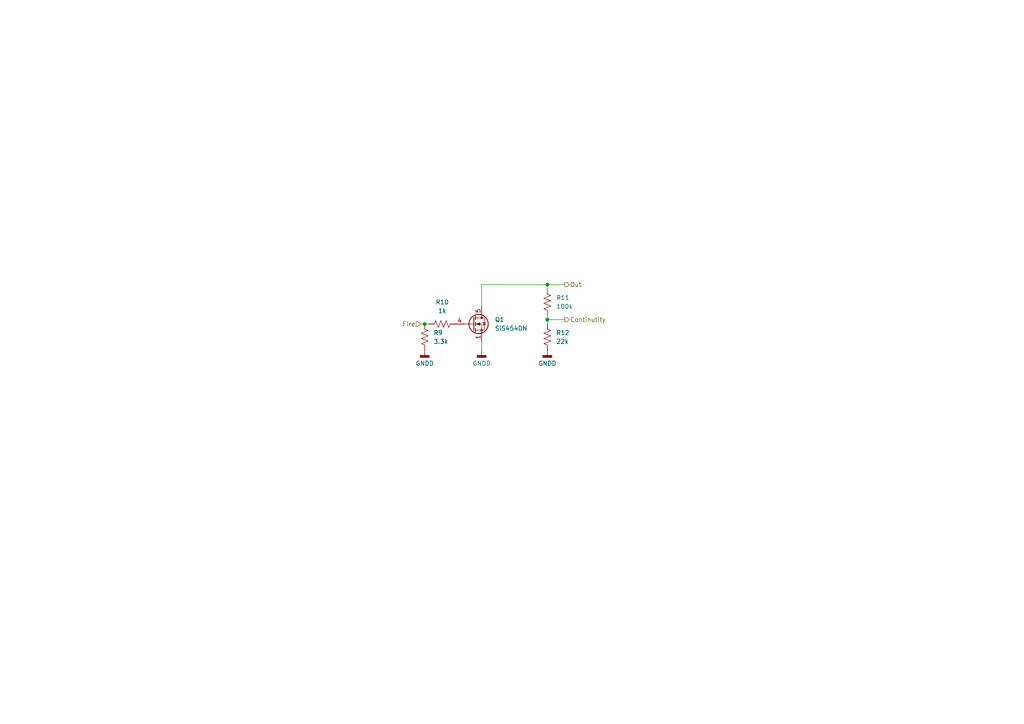
<source format=kicad_sch>
(kicad_sch (version 20250114) (generator "eeschema") (generator_version "9.0")
  (paper "A4")
  (title_block (date "2025-04-10") (company "Rowan Rocketry"))
  (lib_symbols
    (symbol "Device:R_US" (pin_numbers (hide yes)) (pin_names (offset 0))
      (property "Reference" "R" (at 2.54 0 90))
      (property "Value" "R_US" (at -2.54 0 90))
      (symbol "R_US_0_1"
        (polyline (pts (xy 0 2.286) (xy 0 2.54)))
        (polyline (pts (xy 0 2.286) (xy 1.016 1.905) (xy 0 1.524) (xy -1.016 1.143) (xy 0 0.762)))
        (polyline (pts (xy 0 0.762) (xy 1.016 0.381) (xy 0 0) (xy -1.016 -0.381) (xy 0 -0.762)))
        (polyline (pts (xy 0 -0.762) (xy 1.016 -1.143) (xy 0 -1.524) (xy -1.016 -1.905) (xy 0 -2.286)))
        (polyline (pts (xy 0 -2.286) (xy 0 -2.54)))
      )
      (symbol "R_US_1_1"
        (pin passive line (at 0 3.81 270) (length 1.27) (name "~") (number "1"))
        (pin passive line (at 0 -3.81 90) (length 1.27) (name "~") (number "2"))
      )
    )
    (symbol "Transistor_FET:SiS454DN" (pin_names (hide yes))
      (property "Reference" "Q" (at 5.08 1.905 0))
      (property "Value" "SiS454DN" (at 5.08 0 0))
      (symbol "SiS454DN_0_1"
        (polyline (pts (xy 0.254 1.905) (xy 0.254 -1.905)) (stroke (width 0.254)))
        (polyline (pts (xy 0.254 0) (xy -2.54 0)))
        (polyline (pts (xy 0.762 2.286) (xy 0.762 1.27)) (stroke (width 0.254)))
        (polyline (pts (xy 0.762 0.508) (xy 0.762 -0.508)) (stroke (width 0.254)))
        (polyline (pts (xy 0.762 -1.27) (xy 0.762 -2.286)) (stroke (width 0.254)))
        (polyline (pts (xy 0.762 -1.778) (xy 3.302 -1.778) (xy 3.302 1.778) (xy 0.762 1.778)))
        (polyline (pts (xy 1.016 0) (xy 2.032 0.381) (xy 2.032 -0.381) (xy 1.016 0)) (fill (type outline)))
        (circle (center 1.651 0) (radius 2.794) (stroke (width 0.254)))
        (polyline (pts (xy 2.54 2.54) (xy 2.54 1.778)))
        (circle (center 2.54 1.778) (radius 0.254) (fill (type outline)))
        (circle (center 2.54 -1.778) (radius 0.254) (fill (type outline)))
        (polyline (pts (xy 2.54 -2.54) (xy 2.54 0) (xy 0.762 0)))
        (polyline (pts (xy 2.794 0.508) (xy 2.921 0.381) (xy 3.683 0.381) (xy 3.81 0.254)))
        (polyline (pts (xy 3.302 0.381) (xy 2.921 -0.254) (xy 3.683 -0.254) (xy 3.302 0.381)))
      )
      (symbol "SiS454DN_1_1"
        (pin input line (at -5.08 0 0) (length 2.54) (name "G") (number "4"))
        (pin passive line (at 2.54 5.08 270) (length 2.54) (name "D") (number "5"))
        (pin passive line (at 2.54 -5.08 90) (length 2.54) (name "S") (number "1"))
        (pin passive line (at 2.54 -5.08 90) (length 2.54) (hide yes) (name "S") (number "2"))
        (pin passive line (at 2.54 -5.08 90) (length 2.54) (hide yes) (name "S") (number "3"))
      )
    )
    (symbol "power:GNDD" (power) (pin_numbers (hide yes)) (pin_names (offset 0) (hide yes))
      (property "Value" "GNDD" (at 0 -3.175 0))
      (symbol "GNDD_0_1"
        (rectangle (start -1.27 -1.524) (end 1.27 -2.032) (stroke (width 0.254)) (fill (type outline)))
        (polyline (pts (xy 0 0) (xy 0 -1.524)))
      )
      (symbol "GNDD_1_1"
        (pin power_in line (at 0 0 270) (length 0) (name "~") (number "1"))
      )
    )
  )
  (junction (at 158.75 92.71))
  (junction (at 123.19 93.98))
  (junction (at 158.75 82.55))
  (wire (pts (xy 158.75 82.55) (xy 163.83 82.55)))
  (wire (pts (xy 158.75 82.55) (xy 158.75 83.82)))
  (wire (pts (xy 158.75 91.44) (xy 158.75 92.71)))
  (wire (pts (xy 139.7 88.9) (xy 139.7 82.55)))
  (wire (pts (xy 163.83 92.71) (xy 158.75 92.71)))
  (wire (pts (xy 158.75 92.71) (xy 158.75 93.98)))
  (wire (pts (xy 139.7 82.55) (xy 158.75 82.55)))
  (wire (pts (xy 139.7 101.6) (xy 139.7 99.06)))
  (wire (pts (xy 124.46 93.98) (xy 123.19 93.98)))
  (wire (pts (xy 121.92 93.98) (xy 123.19 93.98)))
  (hierarchical_label "Fire" (shape input) (at 121.92 93.98 180))
  (hierarchical_label "Continutity" (shape output) (at 163.83 92.71 0))
  (hierarchical_label "Out" (shape output) (at 163.83 82.55 0))
  (symbol (lib_id "Device:R_US") (at 123.19 97.79 180) (unit 1)
    (property "Reference" "R9" (at 125.73 96.5199 0) (effects (justify right)))
    (property "Value" "3.3k" (at 125.73 99.0599 0) (effects (justify right)))
    (property "Footprint" "Resistor_SMD:R_0603_1608Metric_Pad0.98x0.95mm_HandSolder" (effects (hide yes)))
    (property "Description" "Resistor, US symbol" (effects (hide yes)))
    (instances (project "control-module" (path "" (reference "R9") (unit 1)) (path "" (reference "R17") (unit 1)) (path "" (reference "R13") (unit 1))))
  )
  (symbol (lib_id "power:GNDD") (at 139.7 101.6 0) (unit 1)
    (property "Reference" "#PWR048" (effects (hide yes)))
    (property "Value" "GNDD" (at 139.7 105.41 0))
    (property "Description" "Power symbol creates a global label with name \"GNDD\" , digital ground" (effects (hide yes)))
    (instances (project "control-module" (path "" (reference "#PWR048") (unit 1)) (path "" (reference "#PWR067") (unit 1)) (path "" (reference "#PWR055") (unit 1))))
  )
  (symbol (lib_id "Device:R_US") (at 158.75 97.79 180) (unit 1)
    (property "Reference" "R12" (at 161.29 96.5199 0) (effects (justify right)))
    (property "Value" "22k" (at 161.29 99.0599 0) (effects (justify right)))
    (property "Footprint" "Resistor_SMD:R_0603_1608Metric_Pad0.98x0.95mm_HandSolder" (effects (hide yes)))
    (property "Description" "Resistor, US symbol" (effects (hide yes)))
    (instances (project "control-module" (path "" (reference "R12") (unit 1)) (path "" (reference "R20") (unit 1)) (path "" (reference "R16") (unit 1))))
  )
  (symbol (lib_id "power:GNDD") (at 158.75 101.6 0) (unit 1)
    (property "Reference" "#PWR049" (effects (hide yes)))
    (property "Value" "GNDD" (at 158.75 105.41 0))
    (property "Description" "Power symbol creates a global label with name \"GNDD\" , digital ground" (effects (hide yes)))
    (instances (project "control-module" (path "" (reference "#PWR049") (unit 1)) (path "" (reference "#PWR068") (unit 1)) (path "" (reference "#PWR056") (unit 1))))
  )
  (symbol (lib_id "power:GNDD") (at 123.19 101.6 0) (unit 1)
    (property "Reference" "#PWR047" (effects (hide yes)))
    (property "Value" "GNDD" (at 123.19 105.41 0))
    (property "Description" "Power symbol creates a global label with name \"GNDD\" , digital ground" (effects (hide yes)))
    (instances (project "control-module" (path "" (reference "#PWR047") (unit 1)) (path "" (reference "#PWR066") (unit 1)) (path "" (reference "#PWR054") (unit 1))))
  )
  (symbol (lib_id "Device:R_US") (at 128.27 93.98 90) (unit 1)
    (property "Reference" "R10" (at 128.27 87.63 90))
    (property "Value" "1k" (at 128.27 90.17 90))
    (property "Footprint" "Resistor_SMD:R_0603_1608Metric_Pad0.98x0.95mm_HandSolder" (effects (hide yes)))
    (property "Description" "Resistor, US symbol" (effects (hide yes)))
    (instances (project "control-module" (path "" (reference "R10") (unit 1)) (path "" (reference "R18") (unit 1)) (path "" (reference "R14") (unit 1))))
  )
  (symbol (lib_id "Transistor_FET:SiS454DN") (at 137.16 93.98 0) (unit 1)
    (property "Reference" "Q1" (at 143.51 92.7099 0) (effects (justify left)))
    (property "Value" "SiS454DN" (at 143.51 95.2499 0) (effects (justify left)))
    (property "Footprint" "Package_SO:Vishay_PowerPAK_1212-8_Single" (effects (hide yes)))
    (property "Datasheet" "https://www.vishay.com/docs/66707/sis454dn.pdf" (effects (hide yes)))
    (property "Description" "35A Id, 20V Vds, N-Channel MOSFET, PowerPAK 1212-8 Single" (effects (hide yes)))
    (instances (project "control-module" (path "" (reference "Q1") (unit 1)) (path "" (reference "Q3") (unit 1)) (path "" (reference "Q2") (unit 1))))
  )
  (symbol (lib_id "Device:R_US") (at 158.75 87.63 180) (unit 1)
    (property "Reference" "R11" (at 161.29 86.3599 0) (effects (justify right)))
    (property "Value" "100k" (at 161.29 88.8999 0) (effects (justify right)))
    (property "Footprint" "Resistor_SMD:R_0603_1608Metric_Pad0.98x0.95mm_HandSolder" (effects (hide yes)))
    (property "Description" "Resistor, US symbol" (effects (hide yes)))
    (instances (project "control-module" (path "" (reference "R11") (unit 1)) (path "" (reference "R19") (unit 1)) (path "" (reference "R15") (unit 1))))
  )
)
</source>
